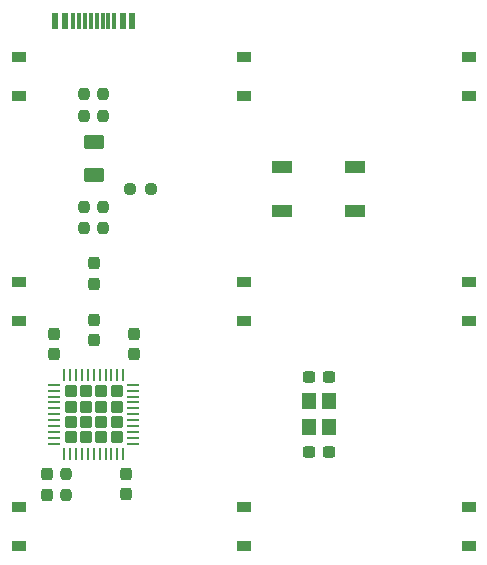
<source format=gbp>
%TF.GenerationSoftware,KiCad,Pcbnew,(6.0.1)*%
%TF.CreationDate,2022-03-07T23:29:37-05:00*%
%TF.ProjectId,Aioli,41696f6c-692e-46b6-9963-61645f706362,rev?*%
%TF.SameCoordinates,Original*%
%TF.FileFunction,Paste,Bot*%
%TF.FilePolarity,Positive*%
%FSLAX46Y46*%
G04 Gerber Fmt 4.6, Leading zero omitted, Abs format (unit mm)*
G04 Created by KiCad (PCBNEW (6.0.1)) date 2022-03-07 23:29:37*
%MOMM*%
%LPD*%
G01*
G04 APERTURE LIST*
G04 Aperture macros list*
%AMRoundRect*
0 Rectangle with rounded corners*
0 $1 Rounding radius*
0 $2 $3 $4 $5 $6 $7 $8 $9 X,Y pos of 4 corners*
0 Add a 4 corners polygon primitive as box body*
4,1,4,$2,$3,$4,$5,$6,$7,$8,$9,$2,$3,0*
0 Add four circle primitives for the rounded corners*
1,1,$1+$1,$2,$3*
1,1,$1+$1,$4,$5*
1,1,$1+$1,$6,$7*
1,1,$1+$1,$8,$9*
0 Add four rect primitives between the rounded corners*
20,1,$1+$1,$2,$3,$4,$5,0*
20,1,$1+$1,$4,$5,$6,$7,0*
20,1,$1+$1,$6,$7,$8,$9,0*
20,1,$1+$1,$8,$9,$2,$3,0*%
G04 Aperture macros list end*
%ADD10RoundRect,0.250000X-0.275000X0.275000X-0.275000X-0.275000X0.275000X-0.275000X0.275000X0.275000X0*%
%ADD11RoundRect,0.062500X-0.475000X0.062500X-0.475000X-0.062500X0.475000X-0.062500X0.475000X0.062500X0*%
%ADD12RoundRect,0.062500X-0.062500X0.475000X-0.062500X-0.475000X0.062500X-0.475000X0.062500X0.475000X0*%
%ADD13R,1.800000X1.100000*%
%ADD14RoundRect,0.237500X0.237500X-0.250000X0.237500X0.250000X-0.237500X0.250000X-0.237500X-0.250000X0*%
%ADD15RoundRect,0.237500X-0.250000X-0.237500X0.250000X-0.237500X0.250000X0.237500X-0.250000X0.237500X0*%
%ADD16RoundRect,0.237500X0.237500X-0.300000X0.237500X0.300000X-0.237500X0.300000X-0.237500X-0.300000X0*%
%ADD17RoundRect,0.237500X-0.237500X0.300000X-0.237500X-0.300000X0.237500X-0.300000X0.237500X0.300000X0*%
%ADD18RoundRect,0.237500X-0.300000X-0.237500X0.300000X-0.237500X0.300000X0.237500X-0.300000X0.237500X0*%
%ADD19R,1.200000X1.400000*%
%ADD20R,0.600000X1.450000*%
%ADD21R,0.300000X1.450000*%
%ADD22RoundRect,0.250000X0.625000X-0.375000X0.625000X0.375000X-0.625000X0.375000X-0.625000X-0.375000X0*%
%ADD23R,1.200000X0.900000*%
G04 APERTURE END LIST*
D10*
%TO.C,U1*%
X78150000Y-87675000D03*
X76850000Y-87675000D03*
X75550000Y-87675000D03*
X74250000Y-87675000D03*
X78150000Y-86375000D03*
X76850000Y-86375000D03*
X75550000Y-86375000D03*
X74250000Y-86375000D03*
X78150000Y-85075000D03*
X76850000Y-85075000D03*
X75550000Y-85075000D03*
X74250000Y-85075000D03*
X78150000Y-83775000D03*
X76850000Y-83775000D03*
X75550000Y-83775000D03*
X74250000Y-83775000D03*
D11*
X72862500Y-83225000D03*
X72862500Y-83725000D03*
X72862500Y-84225000D03*
X72862500Y-84725000D03*
X72862500Y-85225000D03*
X72862500Y-85725000D03*
X72862500Y-86225000D03*
X72862500Y-86725000D03*
X72862500Y-87225000D03*
X72862500Y-87725000D03*
X72862500Y-88225000D03*
D12*
X73700000Y-89062500D03*
X74200000Y-89062500D03*
X74700000Y-89062500D03*
X75200000Y-89062500D03*
X75700000Y-89062500D03*
X76200000Y-89062500D03*
X76700000Y-89062500D03*
X77200000Y-89062500D03*
X77700000Y-89062500D03*
X78200000Y-89062500D03*
X78700000Y-89062500D03*
D11*
X79537500Y-88225000D03*
X79537500Y-87725000D03*
X79537500Y-87225000D03*
X79537500Y-86725000D03*
X79537500Y-86225000D03*
X79537500Y-85725000D03*
X79537500Y-85225000D03*
X79537500Y-84725000D03*
X79537500Y-84225000D03*
X79537500Y-83725000D03*
X79537500Y-83225000D03*
D12*
X78700000Y-82387500D03*
X78200000Y-82387500D03*
X77700000Y-82387500D03*
X77200000Y-82387500D03*
X76700000Y-82387500D03*
X76200000Y-82387500D03*
X75700000Y-82387500D03*
X75200000Y-82387500D03*
X74700000Y-82387500D03*
X74200000Y-82387500D03*
X73700000Y-82387500D03*
%TD*%
D13*
%TO.C,SW10*%
X92150000Y-64825000D03*
X98350000Y-68525000D03*
X92150000Y-68525000D03*
X98350000Y-64825000D03*
%TD*%
D14*
%TO.C,R6*%
X73878918Y-90747426D03*
X73878918Y-92572426D03*
%TD*%
%TO.C,R5*%
X75406250Y-58618750D03*
X75406250Y-60443750D03*
%TD*%
%TO.C,R4*%
X76993750Y-58618750D03*
X76993750Y-60443750D03*
%TD*%
D15*
%TO.C,R3*%
X81081250Y-66675000D03*
X79256250Y-66675000D03*
%TD*%
D14*
%TO.C,R2*%
X76993750Y-68143750D03*
X76993750Y-69968750D03*
%TD*%
%TO.C,R1*%
X75406250Y-68143750D03*
X75406250Y-69968750D03*
%TD*%
D16*
%TO.C,C8*%
X76200000Y-72956250D03*
X76200000Y-74681250D03*
%TD*%
D17*
%TO.C,C7*%
X78975600Y-92512445D03*
X78975600Y-90787445D03*
%TD*%
D16*
%TO.C,C6*%
X79581110Y-78908866D03*
X79581110Y-80633866D03*
%TD*%
D17*
%TO.C,C5*%
X72263095Y-92527784D03*
X72263095Y-90802784D03*
%TD*%
D16*
%TO.C,C4*%
X72814952Y-78896829D03*
X72814952Y-80621829D03*
%TD*%
%TO.C,C3*%
X76250000Y-77718750D03*
X76250000Y-79443750D03*
%TD*%
D18*
%TO.C,C2*%
X96112500Y-82550000D03*
X94387500Y-82550000D03*
%TD*%
%TO.C,C1*%
X96112500Y-88900000D03*
X94387500Y-88900000D03*
%TD*%
D19*
%TO.C,Y1*%
X96100000Y-86825000D03*
X96100000Y-84625000D03*
X94400000Y-84625000D03*
X94400000Y-86825000D03*
%TD*%
D20*
%TO.C,J1*%
X79450000Y-52463750D03*
X78650000Y-52463750D03*
X73750000Y-52463750D03*
X72950000Y-52463750D03*
X72950000Y-52463750D03*
X73750000Y-52463750D03*
X78650000Y-52463750D03*
X79450000Y-52463750D03*
D21*
X74450000Y-52463750D03*
X74950000Y-52463750D03*
X75450000Y-52463750D03*
X76450000Y-52463750D03*
X76950000Y-52463750D03*
X77450000Y-52463750D03*
X77950000Y-52463750D03*
X75950000Y-52463750D03*
%TD*%
D22*
%TO.C,F1*%
X76200000Y-62706250D03*
X76200000Y-65506250D03*
%TD*%
D23*
%TO.C,D9*%
X107950000Y-93600000D03*
X107950000Y-96900000D03*
%TD*%
%TO.C,D8*%
X88900000Y-93600000D03*
X88900000Y-96900000D03*
%TD*%
%TO.C,D7*%
X69850000Y-93600000D03*
X69850000Y-96900000D03*
%TD*%
%TO.C,D6*%
X107950000Y-74550000D03*
X107950000Y-77850000D03*
%TD*%
%TO.C,D5*%
X88900000Y-74550000D03*
X88900000Y-77850000D03*
%TD*%
%TO.C,D4*%
X69850000Y-74550000D03*
X69850000Y-77850000D03*
%TD*%
%TO.C,D3*%
X107950000Y-55500000D03*
X107950000Y-58800000D03*
%TD*%
%TO.C,D2*%
X88900000Y-55500000D03*
X88900000Y-58800000D03*
%TD*%
%TO.C,D1*%
X69850000Y-55500000D03*
X69850000Y-58800000D03*
%TD*%
M02*

</source>
